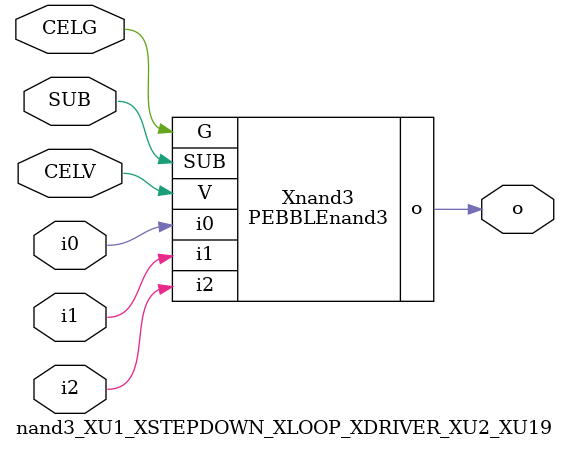
<source format=v>



module PEBBLEnand3 ( o, G, SUB, V, i0, i1, i2 );

  input i0;
  input V;
  input i2;
  input i1;
  input G;
  output o;
  input SUB;
endmodule

//Celera Confidential Do Not Copy nand3_XU1_XSTEPDOWN_XLOOP_XDRIVER_XU2_XU19
//Celera Confidential Symbol Generator
//5V Inverter
module nand3_XU1_XSTEPDOWN_XLOOP_XDRIVER_XU2_XU19 (CELV,CELG,i0,i1,i2,o,SUB);
input CELV;
input CELG;
input i0;
input i1;
input i2;
input SUB;
output o;

//Celera Confidential Do Not Copy nand3
PEBBLEnand3 Xnand3(
.V (CELV),
.i0 (i0),
.i1 (i1),
.i2 (i2),
.o (o),
.SUB (SUB),
.G (CELG)
);
//,diesize,PEBBLEnand3

//Celera Confidential Do Not Copy Module End
//Celera Schematic Generator
endmodule

</source>
